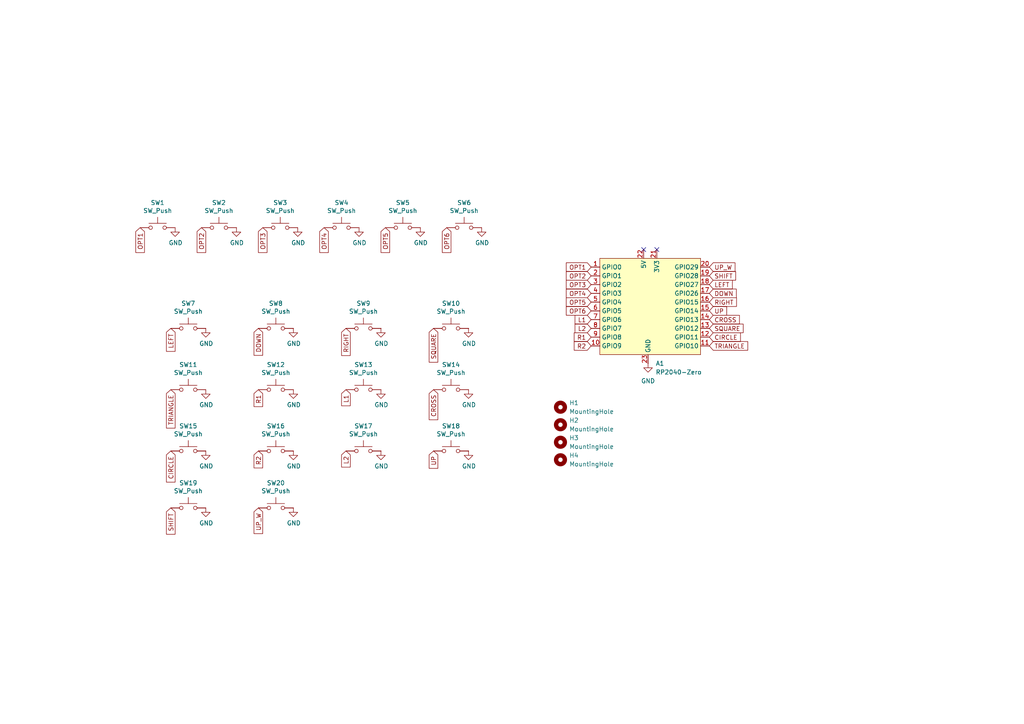
<source format=kicad_sch>
(kicad_sch (version 20231120) (generator "eeschema") (generator_version "8.0")
  (paper "A4")
  (lib_symbols
    (symbol "Mechanical:MountingHole" (pin_names (offset 1.016))
      (property "Reference" "H" (at 0 5.08 0))
      (property "Value" "MountingHole" (at 0 3.175 0))
      (symbol "MountingHole_0_1"
        (circle (center 0 0) (radius 1.27) (stroke (width 1.27)))
      )
    )
    (symbol "RP2040-Zero:RP2040-Zero"
      (property "Reference" "A" (at 0 1.27 0))
      (property "Value" "RP2040-Zero" (at 0 -1.27 0))
      (symbol "RP2040-Zero_0_1"
        (rectangle (start -13.97 12.7) (end 15.24 -15.24) (fill (type background)))
      )
      (symbol "RP2040-Zero_1_1"
        (pin bidirectional line (at -16.51 10.16 0) (length 2.54) (name "GPIO0") (number "1"))
        (pin bidirectional line (at -16.51 -12.7 0) (length 2.54) (name "GPIO9") (number "10"))
        (pin bidirectional line (at 17.78 -12.7 180) (length 2.54) (name "GPIO10") (number "11"))
        (pin bidirectional line (at 17.78 -10.16 180) (length 2.54) (name "GPIO11") (number "12"))
        (pin bidirectional line (at 17.78 -7.62 180) (length 2.54) (name "GPIO12") (number "13"))
        (pin bidirectional line (at 17.78 -5.08 180) (length 2.54) (name "GPIO13") (number "14"))
        (pin bidirectional line (at 17.78 -2.54 180) (length 2.54) (name "GPIO14") (number "15"))
        (pin bidirectional line (at 17.78 0 180) (length 2.54) (name "GPIO15") (number "16"))
        (pin bidirectional line (at 17.78 2.54 180) (length 2.54) (name "GPIO26") (number "17"))
        (pin bidirectional line (at 17.78 5.08 180) (length 2.54) (name "GPIO27") (number "18"))
        (pin bidirectional line (at 17.78 7.62 180) (length 2.54) (name "GPIO28") (number "19"))
        (pin bidirectional line (at -16.51 7.62 0) (length 2.54) (name "GPIO1") (number "2"))
        (pin bidirectional line (at 17.78 10.16 180) (length 2.54) (name "GPIO29") (number "20"))
        (pin power_out line (at 2.54 15.24 270) (length 2.54) (name "3V3") (number "21"))
        (pin power_in line (at -1.27 15.24 270) (length 2.54) (name "5V") (number "22"))
        (pin power_in line (at 0 -17.78 90) (length 2.54) (name "GND") (number "23"))
        (pin bidirectional line (at -16.51 5.08 0) (length 2.54) (name "GPIO2") (number "3"))
        (pin bidirectional line (at -16.51 2.54 0) (length 2.54) (name "GPIO3") (number "4"))
        (pin bidirectional line (at -16.51 0 0) (length 2.54) (name "GPIO4") (number "5"))
        (pin bidirectional line (at -16.51 -2.54 0) (length 2.54) (name "GPIO5") (number "6"))
        (pin bidirectional line (at -16.51 -5.08 0) (length 2.54) (name "GPIO6") (number "7"))
        (pin bidirectional line (at -16.51 -7.62 0) (length 2.54) (name "GPIO7") (number "8"))
        (pin bidirectional line (at -16.51 -10.16 0) (length 2.54) (name "GPIO8") (number "9"))
      )
    )
    (symbol "Switch:SW_Push" (pin_numbers hide) (pin_names (offset 1.016) hide)
      (property "Reference" "SW" (at 1.27 2.54 0))
      (property "Value" "SW_Push" (at 0 -1.524 0))
      (symbol "SW_Push_0_1"
        (circle (center -2.032 0) (radius 0.508))
        (polyline (pts (xy 0 1.27) (xy 0 3.048)))
        (polyline (pts (xy 2.54 1.27) (xy -2.54 1.27)))
        (circle (center 2.032 0) (radius 0.508))
        (pin passive line (at -5.08 0 0) (length 2.54) (name "1") (number "1"))
        (pin passive line (at 5.08 0 180) (length 2.54) (name "2") (number "2"))
      )
    )
    (symbol "power:GND" (power) (pin_numbers hide) (pin_names (offset 0) hide)
      (property "Value" "GND" (at 0 -3.81 0))
      (symbol "GND_0_1"
        (polyline (pts (xy 0 0) (xy 0 -1.27) (xy 1.27 -1.27) (xy 0 -2.54) (xy -1.27 -1.27) (xy 0 -1.27)))
      )
      (symbol "GND_1_1"
        (pin power_in line (at 0 0 270) (length 0) (name "~") (number "1"))
      )
    )
  )
  (no_connect (at 186.69 72.39))
  (no_connect (at 190.5 72.39))
  (global_label "UP" (shape input) (at 125.73 130.81 270) (property "Intersheetrefs" "${INTERSHEET_REFS}" (effects (hide yes))))
  (global_label "CIRCLE" (shape input) (at 49.53 130.81 270) (property "Intersheetrefs" "${INTERSHEET_REFS}" (effects (hide yes))))
  (global_label "LEFT" (shape input) (at 49.53 95.25 270) (property "Intersheetrefs" "${INTERSHEET_REFS}" (effects (hide yes))))
  (global_label "L1" (shape input) (at 100.33 113.03 270) (property "Intersheetrefs" "${INTERSHEET_REFS}" (effects (hide yes))))
  (global_label "OPT2" (shape input) (at 58.42 66.04 270) (property "Intersheetrefs" "${INTERSHEET_REFS}" (effects (hide yes))))
  (global_label "R2" (shape input) (at 171.45 100.33 180) (property "Intersheetrefs" "${INTERSHEET_REFS}" (effects (hide yes))))
  (global_label "LEFT" (shape input) (at 205.74 82.55 0) (property "Intersheetrefs" "${INTERSHEET_REFS}" (effects (hide yes))))
  (global_label "UP_W" (shape input) (at 205.74 77.47 0) (property "Intersheetrefs" "${INTERSHEET_REFS}" (effects (hide yes))))
  (global_label "L2" (shape input) (at 171.45 95.25 180) (property "Intersheetrefs" "${INTERSHEET_REFS}" (effects (hide yes))))
  (global_label "R2" (shape input) (at 74.93 130.81 270) (property "Intersheetrefs" "${INTERSHEET_REFS}" (effects (hide yes))))
  (global_label "OPT1" (shape input) (at 171.45 77.47 180) (property "Intersheetrefs" "${INTERSHEET_REFS}" (effects (hide yes))))
  (global_label "OPT5" (shape input) (at 171.45 87.63 180) (property "Intersheetrefs" "${INTERSHEET_REFS}" (effects (hide yes))))
  (global_label "DOWN" (shape input) (at 205.74 85.09 0) (property "Intersheetrefs" "${INTERSHEET_REFS}" (effects (hide yes))))
  (global_label "OPT5" (shape input) (at 111.76 66.04 270) (property "Intersheetrefs" "${INTERSHEET_REFS}" (effects (hide yes))))
  (global_label "RIGHT" (shape input) (at 100.33 95.25 270) (property "Intersheetrefs" "${INTERSHEET_REFS}" (effects (hide yes))))
  (global_label "CROSS" (shape input) (at 205.74 92.71 0) (property "Intersheetrefs" "${INTERSHEET_REFS}" (effects (hide yes))))
  (global_label "TRIANGLE" (shape input) (at 49.53 113.03 270) (property "Intersheetrefs" "${INTERSHEET_REFS}" (effects (hide yes))))
  (global_label "OPT4" (shape input) (at 171.45 85.09 180) (property "Intersheetrefs" "${INTERSHEET_REFS}" (effects (hide yes))))
  (global_label "SHIFT" (shape input) (at 205.74 80.01 0) (property "Intersheetrefs" "${INTERSHEET_REFS}" (effects (hide yes))))
  (global_label "OPT1" (shape input) (at 40.64 66.04 270) (property "Intersheetrefs" "${INTERSHEET_REFS}" (effects (hide yes))))
  (global_label "OPT3" (shape input) (at 76.2 66.04 270) (property "Intersheetrefs" "${INTERSHEET_REFS}" (effects (hide yes))))
  (global_label "SQUARE" (shape input) (at 205.74 95.25 0) (property "Intersheetrefs" "${INTERSHEET_REFS}" (effects (hide yes))))
  (global_label "RIGHT" (shape input) (at 205.74 87.63 0) (property "Intersheetrefs" "${INTERSHEET_REFS}" (effects (hide yes))))
  (global_label "TRIANGLE" (shape input) (at 205.74 100.33 0) (property "Intersheetrefs" "${INTERSHEET_REFS}" (effects (hide yes))))
  (global_label "R1" (shape input) (at 171.45 97.79 180) (property "Intersheetrefs" "${INTERSHEET_REFS}" (effects (hide yes))))
  (global_label "CIRCLE" (shape input) (at 205.74 97.79 0) (property "Intersheetrefs" "${INTERSHEET_REFS}" (effects (hide yes))))
  (global_label "OPT3" (shape input) (at 171.45 82.55 180) (property "Intersheetrefs" "${INTERSHEET_REFS}" (effects (hide yes))))
  (global_label "OPT6" (shape input) (at 171.45 90.17 180) (property "Intersheetrefs" "${INTERSHEET_REFS}" (effects (hide yes))))
  (global_label "SQUARE" (shape input) (at 125.73 95.25 270) (property "Intersheetrefs" "${INTERSHEET_REFS}" (effects (hide yes))))
  (global_label "UP_W" (shape input) (at 74.93 147.32 270) (property "Intersheetrefs" "${INTERSHEET_REFS}" (effects (hide yes))))
  (global_label "OPT6" (shape input) (at 129.54 66.04 270) (property "Intersheetrefs" "${INTERSHEET_REFS}" (effects (hide yes))))
  (global_label "SHIFT" (shape input) (at 49.53 147.32 270) (property "Intersheetrefs" "${INTERSHEET_REFS}" (effects (hide yes))))
  (global_label "CROSS" (shape input) (at 125.73 113.03 270) (property "Intersheetrefs" "${INTERSHEET_REFS}" (effects (hide yes))))
  (global_label "OPT4" (shape input) (at 93.98 66.04 270) (property "Intersheetrefs" "${INTERSHEET_REFS}" (effects (hide yes))))
  (global_label "L2" (shape input) (at 100.33 130.81 270) (property "Intersheetrefs" "${INTERSHEET_REFS}" (effects (hide yes))))
  (global_label "L1" (shape input) (at 171.45 92.71 180) (property "Intersheetrefs" "${INTERSHEET_REFS}" (effects (hide yes))))
  (global_label "OPT2" (shape input) (at 171.45 80.01 180) (property "Intersheetrefs" "${INTERSHEET_REFS}" (effects (hide yes))))
  (global_label "UP" (shape input) (at 205.74 90.17 0) (property "Intersheetrefs" "${INTERSHEET_REFS}" (effects (hide yes))))
  (global_label "R1" (shape input) (at 74.93 113.03 270) (property "Intersheetrefs" "${INTERSHEET_REFS}" (effects (hide yes))))
  (global_label "DOWN" (shape input) (at 74.93 95.25 270) (property "Intersheetrefs" "${INTERSHEET_REFS}" (effects (hide yes))))
  (symbol (lib_id "Switch:SW_Push") (at 45.72 66.04 0) (unit 1)
    (property "Reference" "SW1" (at 45.72 58.801 0))
    (property "Value" "SW_Push" (at 45.72 61.1124 0))
    (property "Footprint" "halalsnackbox-footprints:SW_PUSH_6mm" (effects (hide yes)))
  )
  (symbol (lib_id "Switch:SW_Push") (at 63.5 66.04 0) (unit 1)
    (property "Reference" "SW2" (at 63.5 58.801 0))
    (property "Value" "SW_Push" (at 63.5 61.1124 0))
    (property "Footprint" "halalsnackbox-footprints:SW_PUSH_6mm" (effects (hide yes)))
  )
  (symbol (lib_id "Switch:SW_Push") (at 81.28 66.04 0) (unit 1)
    (property "Reference" "SW3" (at 81.28 58.801 0))
    (property "Value" "SW_Push" (at 81.28 61.1124 0))
    (property "Footprint" "halalsnackbox-footprints:SW_PUSH_6mm" (effects (hide yes)))
  )
  (symbol (lib_id "Switch:SW_Push") (at 99.06 66.04 0) (unit 1)
    (property "Reference" "SW4" (at 99.06 58.801 0))
    (property "Value" "SW_Push" (at 99.06 61.1124 0))
    (property "Footprint" "halalsnackbox-footprints:SW_PUSH_6mm" (effects (hide yes)))
  )
  (symbol (lib_id "Switch:SW_Push") (at 116.84 66.04 0) (unit 1)
    (property "Reference" "SW5" (at 116.84 58.801 0))
    (property "Value" "SW_Push" (at 116.84 61.1124 0))
    (property "Footprint" "halalsnackbox-footprints:SW_PUSH_6mm" (effects (hide yes)))
  )
  (symbol (lib_id "Switch:SW_Push") (at 134.62 66.04 0) (unit 1)
    (property "Reference" "SW6" (at 134.62 58.801 0))
    (property "Value" "SW_Push" (at 134.62 61.1124 0))
    (property "Footprint" "halalsnackbox-footprints:SW_PUSH_6mm" (effects (hide yes)))
  )
  (symbol (lib_id "power:GND") (at 50.8 66.04 0) (unit 1)
    (property "Reference" "#PWR01" (effects (hide yes)))
    (property "Value" "GND" (at 50.927 70.4342 0))
  )
  (symbol (lib_id "power:GND") (at 68.58 66.04 0) (unit 1)
    (property "Reference" "#PWR02" (effects (hide yes)))
    (property "Value" "GND" (at 68.707 70.4342 0))
  )
  (symbol (lib_id "power:GND") (at 86.36 66.04 0) (unit 1)
    (property "Reference" "#PWR03" (effects (hide yes)))
    (property "Value" "GND" (at 86.487 70.4342 0))
  )
  (symbol (lib_id "power:GND") (at 104.14 66.04 0) (unit 1)
    (property "Reference" "#PWR04" (effects (hide yes)))
    (property "Value" "GND" (at 104.267 70.4342 0))
  )
  (symbol (lib_id "power:GND") (at 121.92 66.04 0) (unit 1)
    (property "Reference" "#PWR05" (effects (hide yes)))
    (property "Value" "GND" (at 122.047 70.4342 0))
  )
  (symbol (lib_id "power:GND") (at 139.7 66.04 0) (unit 1)
    (property "Reference" "#PWR06" (effects (hide yes)))
    (property "Value" "GND" (at 139.827 70.4342 0))
  )
  (symbol (lib_id "Switch:SW_Push") (at 54.61 95.25 0) (unit 1)
    (property "Reference" "SW7" (at 54.61 88.011 0))
    (property "Value" "SW_Push" (at 54.61 90.3224 0))
    (property "Footprint" "halalsnackbox-footprints:SW_Gateron_LowProfile_HotSwap_THT" (effects (hide yes)))
  )
  (symbol (lib_id "Switch:SW_Push") (at 130.81 130.81 0) (unit 1)
    (property "Reference" "SW18" (at 130.81 123.571 0))
    (property "Value" "SW_Push" (at 130.81 125.8824 0))
    (property "Footprint" "halalsnackbox-footprints:SW_Gateron_LowProfile_HotSwap_THT" (effects (hide yes)))
  )
  (symbol (lib_id "Switch:SW_Push") (at 80.01 113.03 0) (unit 1)
    (property "Reference" "SW12" (at 80.01 105.791 0))
    (property "Value" "SW_Push" (at 80.01 108.1024 0))
    (property "Footprint" "halalsnackbox-footprints:SW_Gateron_LowProfile_HotSwap_THT" (effects (hide yes)))
  )
  (symbol (lib_id "Switch:SW_Push") (at 54.61 130.81 0) (unit 1)
    (property "Reference" "SW15" (at 54.61 123.571 0))
    (property "Value" "SW_Push" (at 54.61 125.8824 0))
    (property "Footprint" "halalsnackbox-footprints:SW_Gateron_LowProfile_HotSwap_THT" (effects (hide yes)))
  )
  (symbol (lib_id "Switch:SW_Push") (at 80.01 95.25 0) (unit 1)
    (property "Reference" "SW8" (at 80.01 88.011 0))
    (property "Value" "SW_Push" (at 80.01 90.3224 0))
    (property "Footprint" "halalsnackbox-footprints:SW_Gateron_LowProfile_HotSwap_THT" (effects (hide yes)))
  )
  (symbol (lib_id "Switch:SW_Push") (at 130.81 95.25 0) (unit 1)
    (property "Reference" "SW10" (at 130.81 88.011 0))
    (property "Value" "SW_Push" (at 130.81 90.3224 0))
    (property "Footprint" "halalsnackbox-footprints:SW_Gateron_LowProfile_HotSwap_THT" (effects (hide yes)))
  )
  (symbol (lib_id "Switch:SW_Push") (at 105.41 113.03 0) (unit 1)
    (property "Reference" "SW13" (at 105.41 105.791 0))
    (property "Value" "SW_Push" (at 105.41 108.1024 0))
    (property "Footprint" "halalsnackbox-footprints:SW_Gateron_LowProfile_HotSwap_THT" (effects (hide yes)))
  )
  (symbol (lib_id "Switch:SW_Push") (at 80.01 130.81 0) (unit 1)
    (property "Reference" "SW16" (at 80.01 123.571 0))
    (property "Value" "SW_Push" (at 80.01 125.8824 0))
    (property "Footprint" "halalsnackbox-footprints:SW_Gateron_LowProfile_HotSwap_THT" (effects (hide yes)))
  )
  (symbol (lib_id "Switch:SW_Push") (at 105.41 95.25 0) (unit 1)
    (property "Reference" "SW9" (at 105.41 88.011 0))
    (property "Value" "SW_Push" (at 105.41 90.3224 0))
    (property "Footprint" "halalsnackbox-footprints:SW_Gateron_LowProfile_HotSwap_THT" (effects (hide yes)))
  )
  (symbol (lib_id "Switch:SW_Push") (at 54.61 113.03 0) (unit 1)
    (property "Reference" "SW11" (at 54.61 105.791 0))
    (property "Value" "SW_Push" (at 54.61 108.1024 0))
    (property "Footprint" "halalsnackbox-footprints:SW_Gateron_LowProfile_HotSwap_THT" (effects (hide yes)))
  )
  (symbol (lib_id "Switch:SW_Push") (at 130.81 113.03 0) (unit 1)
    (property "Reference" "SW14" (at 130.81 105.791 0))
    (property "Value" "SW_Push" (at 130.81 108.1024 0))
    (property "Footprint" "halalsnackbox-footprints:SW_Gateron_LowProfile_HotSwap_THT" (effects (hide yes)))
  )
  (symbol (lib_id "Switch:SW_Push") (at 105.41 130.81 0) (unit 1)
    (property "Reference" "SW17" (at 105.41 123.571 0))
    (property "Value" "SW_Push" (at 105.41 125.8824 0))
    (property "Footprint" "halalsnackbox-footprints:SW_Gateron_LowProfile_HotSwap_THT" (effects (hide yes)))
  )
  (symbol (lib_id "power:GND") (at 59.69 95.25 0) (unit 1)
    (property "Reference" "#PWR07" (effects (hide yes)))
    (property "Value" "GND" (at 59.817 99.6442 0))
  )
  (symbol (lib_id "power:GND") (at 135.89 130.81 0) (unit 1)
    (property "Reference" "#PWR018" (effects (hide yes)))
    (property "Value" "GND" (at 136.017 135.2042 0))
  )
  (symbol (lib_id "power:GND") (at 85.09 113.03 0) (unit 1)
    (property "Reference" "#PWR012" (effects (hide yes)))
    (property "Value" "GND" (at 85.217 117.4242 0))
  )
  (symbol (lib_id "power:GND") (at 59.69 130.81 0) (unit 1)
    (property "Reference" "#PWR015" (effects (hide yes)))
    (property "Value" "GND" (at 59.817 135.2042 0))
  )
  (symbol (lib_id "power:GND") (at 85.09 95.25 0) (unit 1)
    (property "Reference" "#PWR08" (effects (hide yes)))
    (property "Value" "GND" (at 85.217 99.6442 0))
  )
  (symbol (lib_id "power:GND") (at 135.89 95.25 0) (unit 1)
    (property "Reference" "#PWR010" (effects (hide yes)))
    (property "Value" "GND" (at 136.017 99.6442 0))
  )
  (symbol (lib_id "power:GND") (at 110.49 113.03 0) (unit 1)
    (property "Reference" "#PWR013" (effects (hide yes)))
    (property "Value" "GND" (at 110.617 117.4242 0))
  )
  (symbol (lib_id "power:GND") (at 85.09 130.81 0) (unit 1)
    (property "Reference" "#PWR016" (effects (hide yes)))
    (property "Value" "GND" (at 85.217 135.2042 0))
  )
  (symbol (lib_id "power:GND") (at 110.49 130.81 0) (unit 1)
    (property "Reference" "#PWR017" (effects (hide yes)))
    (property "Value" "GND" (at 110.617 135.2042 0))
  )
  (symbol (lib_id "power:GND") (at 135.89 113.03 0) (unit 1)
    (property "Reference" "#PWR014" (effects (hide yes)))
    (property "Value" "GND" (at 136.017 117.4242 0))
  )
  (symbol (lib_id "power:GND") (at 59.69 113.03 0) (unit 1)
    (property "Reference" "#PWR011" (effects (hide yes)))
    (property "Value" "GND" (at 59.817 117.4242 0))
  )
  (symbol (lib_id "power:GND") (at 110.49 95.25 0) (unit 1)
    (property "Reference" "#PWR09" (effects (hide yes)))
    (property "Value" "GND" (at 110.617 99.6442 0))
  )
  (symbol (lib_id "power:GND") (at 187.96 105.41 0) (unit 1)
    (property "Reference" "#PWR019" (effects (hide yes)))
    (property "Value" "GND" (at 187.96 110.49 0))
    (property "Description" "Power symbol creates a global label with name \"GND\" , ground" (effects (hide yes)))
  )
  (symbol (lib_id "Mechanical:MountingHole") (at 162.56 123.19 0) (unit 1)
    (property "Reference" "H2" (at 165.1 121.9199 0) (effects (justify left)))
    (property "Value" "MountingHole" (at 165.1 124.4599 0) (effects (justify left)))
    (property "Footprint" "halalsnackbox-footprints:MountingHole_6.4mm_M6" (effects (hide yes)))
    (property "Description" "Mounting Hole without connection" (effects (hide yes)))
  )
  (symbol (lib_id "power:GND") (at 59.69 147.32 0) (unit 1)
    (property "Reference" "#PWR020" (effects (hide yes)))
    (property "Value" "GND" (at 59.817 151.7142 0))
  )
  (symbol (lib_id "RP2040-Zero:RP2040-Zero") (at 187.96 87.63 0) (unit 1)
    (property "Reference" "A1" (at 190.1541 105.41 0) (effects (justify left)))
    (property "Value" "RP2040-Zero" (at 190.1541 107.95 0) (effects (justify left)))
    (property "Footprint" "halalsnackbox-footprints:RP2040-Zero" (effects (hide yes)))
  )
  (symbol (lib_id "power:GND") (at 85.09 147.32 0) (unit 1)
    (property "Reference" "#PWR021" (effects (hide yes)))
    (property "Value" "GND" (at 85.217 151.7142 0))
  )
  (symbol (lib_id "Switch:SW_Push") (at 54.61 147.32 0) (unit 1)
    (property "Reference" "SW19" (at 54.61 140.081 0))
    (property "Value" "SW_Push" (at 54.61 142.3924 0))
    (property "Footprint" "halalsnackbox-footprints:SW_Gateron_LowProfile_HotSwap_THT" (effects (hide yes)))
  )
  (symbol (lib_id "Mechanical:MountingHole") (at 162.56 128.27 0) (unit 1)
    (property "Reference" "H3" (at 165.1 126.9999 0) (effects (justify left)))
    (property "Value" "MountingHole" (at 165.1 129.5399 0) (effects (justify left)))
    (property "Footprint" "halalsnackbox-footprints:MountingHole_6.4mm_M6" (effects (hide yes)))
    (property "Description" "Mounting Hole without connection" (effects (hide yes)))
  )
  (symbol (lib_id "Mechanical:MountingHole") (at 162.56 118.11 0) (unit 1)
    (property "Reference" "H1" (at 165.1 116.8399 0) (effects (justify left)))
    (property "Value" "MountingHole" (at 165.1 119.3799 0) (effects (justify left)))
    (property "Footprint" "halalsnackbox-footprints:MountingHole_6.4mm_M6" (effects (hide yes)))
    (property "Description" "Mounting Hole without connection" (effects (hide yes)))
  )
  (symbol (lib_id "Switch:SW_Push") (at 80.01 147.32 0) (unit 1)
    (property "Reference" "SW20" (at 80.01 140.081 0))
    (property "Value" "SW_Push" (at 80.01 142.3924 0))
    (property "Footprint" "halalsnackbox-footprints:SW_Gateron_LowProfile_HotSwap_THT" (effects (hide yes)))
  )
  (symbol (lib_id "Mechanical:MountingHole") (at 162.56 133.35 0) (unit 1)
    (property "Reference" "H4" (at 165.1 132.0799 0) (effects (justify left)))
    (property "Value" "MountingHole" (at 165.1 134.6199 0) (effects (justify left)))
    (property "Footprint" "halalsnackbox-footprints:MountingHole_6.4mm_M6" (effects (hide yes)))
    (property "Description" "Mounting Hole without connection" (effects (hide yes)))
  )
)
</source>
